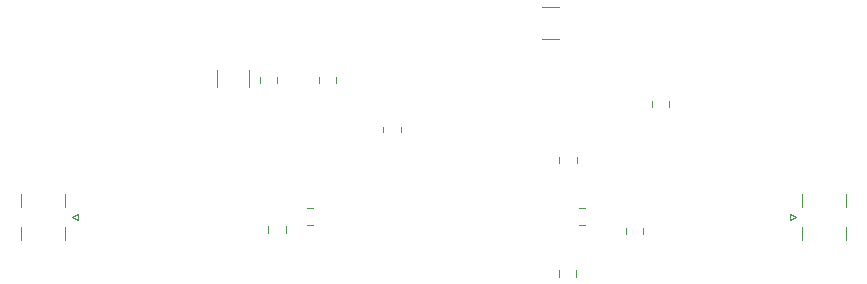
<source format=gbr>
%TF.GenerationSoftware,KiCad,Pcbnew,8.0.1*%
%TF.CreationDate,2024-04-27T21:04:21-04:00*%
%TF.ProjectId,S-Band Amplifier,532d4261-6e64-4204-916d-706c69666965,v1.0*%
%TF.SameCoordinates,Original*%
%TF.FileFunction,Legend,Top*%
%TF.FilePolarity,Positive*%
%FSLAX46Y46*%
G04 Gerber Fmt 4.6, Leading zero omitted, Abs format (unit mm)*
G04 Created by KiCad (PCBNEW 8.0.1) date 2024-04-27 21:04:21*
%MOMM*%
%LPD*%
G01*
G04 APERTURE LIST*
%ADD10C,0.120000*%
G04 APERTURE END LIST*
D10*
%TO.C,C4*%
X91238748Y-89265000D02*
X91761252Y-89265000D01*
X91238748Y-90735000D02*
X91761252Y-90735000D01*
%TO.C,C11*%
X97455000Y-80188748D02*
X97455000Y-80711252D01*
X98925000Y-80188748D02*
X98925000Y-80711252D01*
%TO.C,J2*%
X44062500Y-88050000D02*
X44062500Y-89160000D01*
X44062500Y-90840000D02*
X44062500Y-91950000D01*
X47772500Y-88050000D02*
X47772500Y-89160000D01*
X47772500Y-90840000D02*
X47772500Y-91950000D01*
X48322500Y-90000000D02*
X48822500Y-90250000D01*
X48822500Y-89750000D02*
X48322500Y-90000000D01*
X48822500Y-90250000D02*
X48822500Y-89750000D01*
%TO.C,C8*%
X64265000Y-78711252D02*
X64265000Y-78188748D01*
X65735000Y-78711252D02*
X65735000Y-78188748D01*
%TO.C,C6*%
X64965000Y-90813748D02*
X64965000Y-91336252D01*
X66435000Y-90813748D02*
X66435000Y-91336252D01*
%TO.C,C5*%
X95265000Y-91461252D02*
X95265000Y-90938748D01*
X96735000Y-91461252D02*
X96735000Y-90938748D01*
%TO.C,C10*%
X89586252Y-72270000D02*
X88163748Y-72270000D01*
X89586252Y-74990000D02*
X88163748Y-74990000D01*
%TO.C,R1*%
X74715000Y-82372936D02*
X74715000Y-82827064D01*
X76185000Y-82372936D02*
X76185000Y-82827064D01*
%TO.C,C7*%
X69265000Y-78711252D02*
X69265000Y-78188748D01*
X70735000Y-78711252D02*
X70735000Y-78188748D01*
%TO.C,C3*%
X89615000Y-85461252D02*
X89615000Y-84938748D01*
X91085000Y-85461252D02*
X91085000Y-84938748D01*
%TO.C,C2*%
X89590000Y-94538748D02*
X89590000Y-95061252D01*
X91060000Y-94538748D02*
X91060000Y-95061252D01*
%TO.C,C9*%
X60640000Y-79011252D02*
X60640000Y-77588748D01*
X63360000Y-79011252D02*
X63360000Y-77588748D01*
%TO.C,J1*%
X109127500Y-89750000D02*
X109127500Y-90250000D01*
X109127500Y-90250000D02*
X109627500Y-90000000D01*
X109627500Y-90000000D02*
X109127500Y-89750000D01*
X110177500Y-89160000D02*
X110177500Y-88050000D01*
X110177500Y-91950000D02*
X110177500Y-90840000D01*
X113887500Y-89160000D02*
X113887500Y-88050000D01*
X113887500Y-91950000D02*
X113887500Y-90840000D01*
%TO.C,C1*%
X68238748Y-89265000D02*
X68761252Y-89265000D01*
X68238748Y-90735000D02*
X68761252Y-90735000D01*
%TD*%
M02*

</source>
